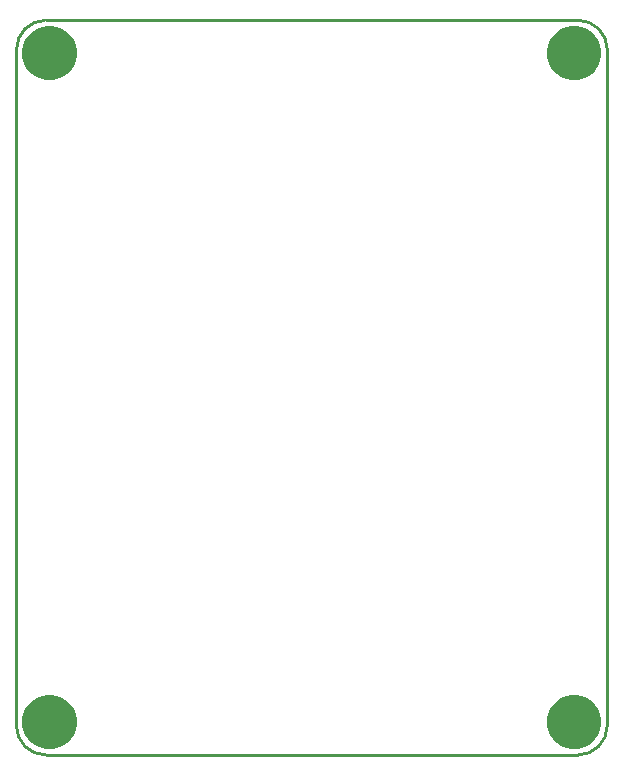
<source format=gko>
G04 Layer_Color=16711935*
%FSLAX44Y44*%
%MOMM*%
G71*
G01*
G75*
%ADD33C,0.2540*%
G36*
X479110Y50119D02*
X483296Y48385D01*
X487063Y45867D01*
X490267Y42663D01*
X492785Y38896D01*
X494519Y34710D01*
X495403Y30266D01*
Y28000D01*
Y25734D01*
X494519Y21290D01*
X492785Y17104D01*
X490267Y13337D01*
X487063Y10133D01*
X483296Y7615D01*
X479110Y5881D01*
X474665Y4997D01*
X470134D01*
X465690Y5881D01*
X461504Y7615D01*
X457737Y10133D01*
X454533Y13337D01*
X452015Y17104D01*
X450281Y21290D01*
X449397Y25734D01*
Y28000D01*
Y30266D01*
X450281Y34710D01*
X452015Y38896D01*
X454533Y42663D01*
X457737Y45867D01*
X461504Y48385D01*
X465690Y50119D01*
X470134Y51003D01*
X474665D01*
X479110Y50119D01*
D02*
G37*
G36*
X34710D02*
X38896Y48385D01*
X42663Y45867D01*
X45867Y42663D01*
X48385Y38896D01*
X50119Y34710D01*
X51003Y30266D01*
Y28000D01*
Y25734D01*
X50119Y21290D01*
X48385Y17104D01*
X45867Y13337D01*
X42663Y10133D01*
X38896Y7615D01*
X34710Y5881D01*
X30266Y4997D01*
X25734D01*
X21290Y5881D01*
X17104Y7615D01*
X13337Y10133D01*
X10133Y13337D01*
X7615Y17104D01*
X5881Y21290D01*
X4997Y25734D01*
Y28000D01*
Y30266D01*
X5881Y34710D01*
X7615Y38896D01*
X10133Y42663D01*
X13337Y45867D01*
X17104Y48385D01*
X21290Y50119D01*
X25734Y51003D01*
X30266D01*
X34710Y50119D01*
D02*
G37*
G36*
X479110Y616299D02*
X483296Y614565D01*
X487063Y612047D01*
X490267Y608843D01*
X492785Y605076D01*
X494519Y600890D01*
X495403Y596446D01*
Y594180D01*
Y591914D01*
X494519Y587470D01*
X492785Y583284D01*
X490267Y579517D01*
X487063Y576313D01*
X483296Y573795D01*
X479110Y572061D01*
X474665Y571177D01*
X470134D01*
X465690Y572061D01*
X461504Y573795D01*
X457737Y576313D01*
X454533Y579517D01*
X452015Y583284D01*
X450281Y587470D01*
X449397Y591914D01*
Y594180D01*
Y596446D01*
X450281Y600890D01*
X452015Y605076D01*
X454533Y608843D01*
X457737Y612047D01*
X461504Y614565D01*
X465690Y616299D01*
X470134Y617183D01*
X474665D01*
X479110Y616299D01*
D02*
G37*
G36*
X34710D02*
X38896Y614565D01*
X42663Y612047D01*
X45867Y608843D01*
X48385Y605076D01*
X50119Y600890D01*
X51003Y596446D01*
Y594180D01*
Y591914D01*
X50119Y587470D01*
X48385Y583284D01*
X45867Y579517D01*
X42663Y576313D01*
X38896Y573795D01*
X34710Y572061D01*
X30266Y571177D01*
X25734D01*
X21290Y572061D01*
X17104Y573795D01*
X13337Y576313D01*
X10133Y579517D01*
X7615Y583284D01*
X5881Y587470D01*
X4997Y591914D01*
Y594180D01*
Y596446D01*
X5881Y600890D01*
X7615Y605076D01*
X10133Y608843D01*
X13337Y612047D01*
X17104Y614565D01*
X21290Y616299D01*
X25734Y617183D01*
X30266D01*
X34710Y616299D01*
D02*
G37*
D33*
X25000Y622180D02*
G03*
X0Y597180I0J-25000D01*
G01*
X500400Y597180D02*
G03*
X475400Y622180I-25000J0D01*
G01*
X475400Y0D02*
G03*
X500400Y25000I0J25000D01*
G01*
X0D02*
G03*
X25000Y0I25000J0D01*
G01*
Y622180D02*
X475400D01*
X25000Y0D02*
X475400D01*
X500400Y25000D02*
Y597180D01*
X0Y25000D02*
Y597180D01*
M02*

</source>
